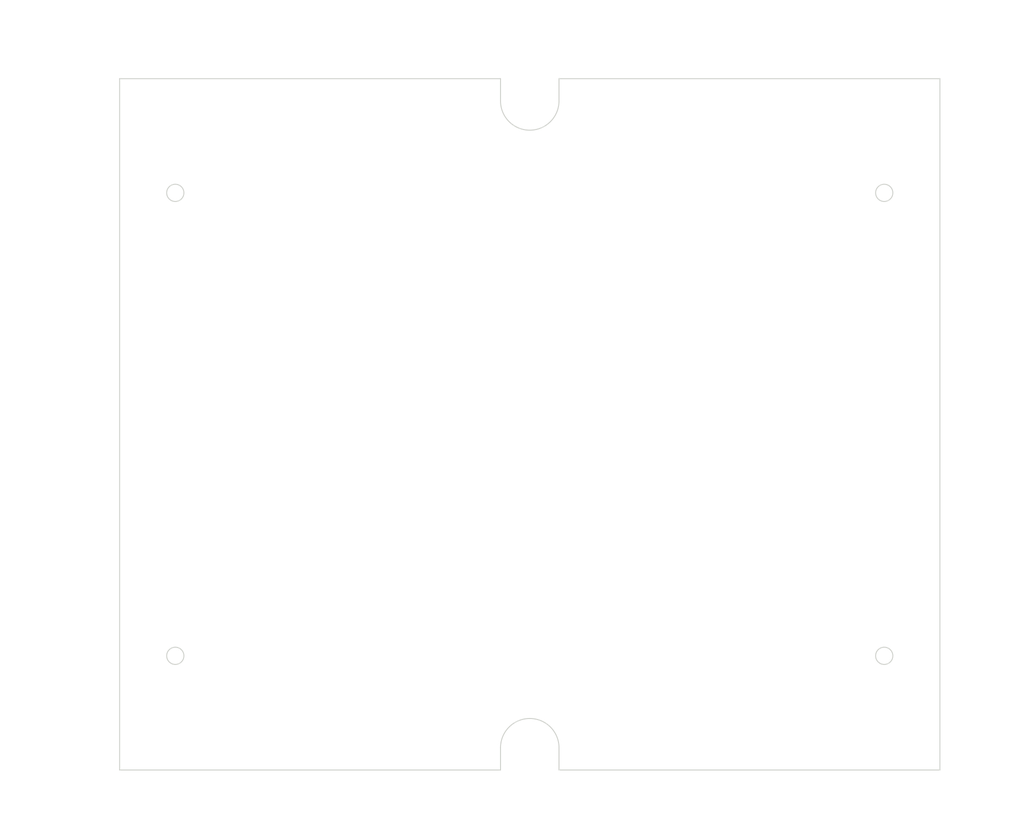
<source format=kicad_pcb>
(kicad_pcb (version 20171130) (host pcbnew "(5.1.0)-1")

  (general
    (thickness 1.6)
    (drawings 75)
    (tracks 0)
    (zones 0)
    (modules 0)
    (nets 1)
  )

  (page A3)
  (layers
    (0 F.Cu signal)
    (31 B.Cu signal)
    (32 B.Adhes user)
    (33 F.Adhes user)
    (34 B.Paste user)
    (35 F.Paste user)
    (36 B.SilkS user)
    (37 F.SilkS user)
    (38 B.Mask user)
    (39 F.Mask user)
    (40 Dwgs.User user)
    (41 Cmts.User user)
    (42 Eco1.User user)
    (43 Eco2.User user)
    (44 Edge.Cuts user)
    (45 Margin user)
    (46 B.CrtYd user)
    (47 F.CrtYd user)
    (48 B.Fab user)
    (49 F.Fab user)
  )

  (setup
    (last_trace_width 0.25)
    (trace_clearance 0.2)
    (zone_clearance 0.508)
    (zone_45_only no)
    (trace_min 0.2)
    (via_size 0.8)
    (via_drill 0.4)
    (via_min_size 0.4)
    (via_min_drill 0.3)
    (uvia_size 0.3)
    (uvia_drill 0.1)
    (uvias_allowed no)
    (uvia_min_size 0.2)
    (uvia_min_drill 0.1)
    (edge_width 0.05)
    (segment_width 0.2)
    (pcb_text_width 0.3)
    (pcb_text_size 1.5 1.5)
    (mod_edge_width 0.12)
    (mod_text_size 1 1)
    (mod_text_width 0.15)
    (pad_size 1.524 1.524)
    (pad_drill 0.762)
    (pad_to_mask_clearance 0.051)
    (solder_mask_min_width 0.25)
    (aux_axis_origin 0 0)
    (visible_elements FFFFFF7F)
    (pcbplotparams
      (layerselection 0x010fc_ffffffff)
      (usegerberextensions false)
      (usegerberattributes false)
      (usegerberadvancedattributes false)
      (creategerberjobfile false)
      (excludeedgelayer true)
      (linewidth 0.152400)
      (plotframeref false)
      (viasonmask false)
      (mode 1)
      (useauxorigin false)
      (hpglpennumber 1)
      (hpglpenspeed 20)
      (hpglpendiameter 15.000000)
      (psnegative false)
      (psa4output false)
      (plotreference true)
      (plotvalue true)
      (plotinvisibletext false)
      (padsonsilk false)
      (subtractmaskfromsilk false)
      (outputformat 1)
      (mirror false)
      (drillshape 1)
      (scaleselection 1)
      (outputdirectory ""))
  )

  (net 0 "")

  (net_class Default "This is the default net class."
    (clearance 0.2)
    (trace_width 0.25)
    (via_dia 0.8)
    (via_drill 0.4)
    (uvia_dia 0.3)
    (uvia_drill 0.1)
  )

  (gr_line (start 137.75716 221.324128) (end 137.75716 80.650951) (layer Edge.Cuts) (width 0.2))
  (gr_line (start 215.25716 221.324128) (end 137.75716 221.324128) (layer Edge.Cuts) (width 0.2))
  (gr_line (start 215.25716 216.790121) (end 215.25716 221.324128) (layer Edge.Cuts) (width 0.2))
  (gr_arc (start 221.20716 216.790121) (end 227.15716 216.790121) (angle -180) (layer Edge.Cuts) (width 0.2))
  (gr_line (start 227.15716 221.324128) (end 227.15716 216.790121) (layer Edge.Cuts) (width 0.2))
  (gr_line (start 304.65716 221.324128) (end 227.15716 221.324128) (layer Edge.Cuts) (width 0.2))
  (gr_line (start 304.65716 80.650951) (end 304.65716 221.324128) (layer Edge.Cuts) (width 0.2))
  (gr_line (start 227.15716 80.650951) (end 304.65716 80.650951) (layer Edge.Cuts) (width 0.2))
  (gr_line (start 227.15716 85.184958) (end 227.15716 80.650951) (layer Edge.Cuts) (width 0.2))
  (gr_arc (start 221.20716 85.184958) (end 215.25716 85.184958) (angle -180) (layer Edge.Cuts) (width 0.2))
  (gr_line (start 215.25716 80.650951) (end 215.25716 85.184958) (layer Edge.Cuts) (width 0.2))
  (gr_line (start 137.75716 80.650951) (end 215.25716 80.650951) (layer Edge.Cuts) (width 0.2))
  (gr_circle (center 149.08216 198.08754) (end 150.83476 198.08754) (layer Edge.Cuts) (width 0.2))
  (gr_circle (center 293.33216 198.08754) (end 295.08476 198.08754) (layer Edge.Cuts) (width 0.2))
  (gr_circle (center 293.33216 103.88754) (end 295.08476 103.88754) (layer Edge.Cuts) (width 0.2))
  (gr_circle (center 149.08216 103.88754) (end 150.83476 103.88754) (layer Edge.Cuts) (width 0.2))
  (gr_line (start 293.33216 103.97754) (end 293.33216 103.79754) (layer Dwgs.User) (width 0.2))
  (gr_line (start 293.24216 103.88754) (end 293.42216 103.88754) (layer Dwgs.User) (width 0.2))
  (gr_text " ∅3.51\n[∅0.14]" (at 316.989994 111.841423) (layer Dwgs.User)
    (effects (font (size 1.7 1.53) (thickness 0.2125)))
  )
  (gr_line (start 310.453125 111.841423) (end 296.735432 105.468597) (layer Dwgs.User) (width 0.2))
  (gr_line (start 312.453125 111.841423) (end 310.453125 111.841423) (layer Dwgs.User) (width 0.2))
  (gr_text [.41] (at 244.58844 76.568079) (layer Dwgs.User)
    (effects (font (size 1.7 1.53) (thickness 0.2125)))
  )
  (gr_text " 10.48" (at 244.58844 73.010644) (layer Dwgs.User)
    (effects (font (size 1.7 1.53) (thickness 0.2125)))
  )
  (gr_line (start 238.53919 74.678618) (end 240.53919 74.678618) (layer Dwgs.User) (width 0.2))
  (gr_line (start 238.53919 80.650951) (end 238.53919 74.678618) (layer Dwgs.User) (width 0.2))
  (gr_line (start 238.53919 89.134958) (end 238.53919 82.650951) (layer Dwgs.User) (width 0.2))
  (gr_line (start 222.20716 91.134958) (end 241.71419 91.134958) (layer Dwgs.User) (width 0.2))
  (gr_text [.47] (at 233.201771 78.454808) (layer Dwgs.User)
    (effects (font (size 1.7 1.53) (thickness 0.2125)))
  )
  (gr_text " 11.90" (at 233.201771 74.900852) (layer Dwgs.User)
    (effects (font (size 1.7 1.53) (thickness 0.2125)))
  )
  (gr_line (start 227.15716 76.568826) (end 229.15716 76.568826) (layer Dwgs.User) (width 0.2))
  (gr_line (start 217.25716 76.568826) (end 225.15716 76.568826) (layer Dwgs.User) (width 0.2))
  (gr_line (start 227.15716 79.650951) (end 227.15716 73.393826) (layer Dwgs.User) (width 0.2))
  (gr_line (start 215.25716 79.650951) (end 215.25716 73.393826) (layer Dwgs.User) (width 0.2))
  (gr_text [3.05] (at 176.50716 78.950804) (layer Dwgs.User)
    (effects (font (size 1.7 1.53) (thickness 0.2125)))
  )
  (gr_text " 77.50" (at 176.50716 75.393369) (layer Dwgs.User)
    (effects (font (size 1.7 1.53) (thickness 0.2125)))
  )
  (gr_line (start 213.25716 77.061343) (end 180.551771 77.061343) (layer Dwgs.User) (width 0.2))
  (gr_line (start 139.75716 77.061343) (end 172.462548 77.061343) (layer Dwgs.User) (width 0.2))
  (gr_line (start 215.25716 79.650951) (end 215.25716 73.886343) (layer Dwgs.User) (width 0.2))
  (gr_line (start 137.75716 79.650951) (end 137.75716 73.886343) (layer Dwgs.User) (width 0.2))
  (gr_text [.45] (at 155.937857 227.80968) (layer Dwgs.User)
    (effects (font (size 1.7 1.53) (thickness 0.2125)))
  )
  (gr_text " 11.33" (at 155.937857 224.255144) (layer Dwgs.User)
    (effects (font (size 1.7 1.53) (thickness 0.2125)))
  )
  (gr_line (start 149.08216 225.923697) (end 151.890347 225.923697) (layer Dwgs.User) (width 0.2))
  (gr_line (start 139.75716 225.923697) (end 147.08216 225.923697) (layer Dwgs.User) (width 0.2))
  (gr_line (start 137.75716 222.324128) (end 137.75716 229.098697) (layer Dwgs.User) (width 0.2))
  (gr_line (start 149.08216 199.08754) (end 149.08216 229.098697) (layer Dwgs.User) (width 0.2))
  (gr_text [.91] (at 129.249976 211.595295) (layer Dwgs.User)
    (effects (font (size 1.7 1.53) (thickness 0.2125)))
  )
  (gr_text " 23.24" (at 129.249976 208.03728) (layer Dwgs.User)
    (effects (font (size 1.7 1.53) (thickness 0.2125)))
  )
  (gr_line (start 129.249976 200.08754) (end 129.249976 206.147819) (layer Dwgs.User) (width 0.2))
  (gr_line (start 129.249976 219.324128) (end 129.249976 213.263849) (layer Dwgs.User) (width 0.2))
  (gr_line (start 148.08216 198.08754) (end 126.074976 198.08754) (layer Dwgs.User) (width 0.2))
  (gr_line (start 136.75716 221.324128) (end 126.074976 221.324128) (layer Dwgs.User) (width 0.2))
  (gr_text [3.71] (at 129.254204 152.877001) (layer Dwgs.User)
    (effects (font (size 1.7 1.53) (thickness 0.2125)))
  )
  (gr_text " 94.20" (at 129.254204 149.319565) (layer Dwgs.User)
    (effects (font (size 1.7 1.53) (thickness 0.2125)))
  )
  (gr_line (start 129.254204 105.88754) (end 129.254204 147.430104) (layer Dwgs.User) (width 0.2))
  (gr_line (start 129.254204 196.08754) (end 129.254204 154.544975) (layer Dwgs.User) (width 0.2))
  (gr_line (start 148.08216 103.88754) (end 126.079204 103.88754) (layer Dwgs.User) (width 0.2))
  (gr_line (start 148.08216 198.08754) (end 126.079204 198.08754) (layer Dwgs.User) (width 0.2))
  (gr_text [5.68] (at 221.20716 233.977001) (layer Dwgs.User)
    (effects (font (size 1.7 1.53) (thickness 0.2125)))
  )
  (gr_text " 144.25" (at 221.20716 230.419565) (layer Dwgs.User)
    (effects (font (size 1.7 1.53) (thickness 0.2125)))
  )
  (gr_line (start 291.33216 232.08754) (end 225.92145 232.08754) (layer Dwgs.User) (width 0.2))
  (gr_line (start 151.08216 232.08754) (end 216.492869 232.08754) (layer Dwgs.User) (width 0.2))
  (gr_line (start 293.33216 199.08754) (end 293.33216 235.26254) (layer Dwgs.User) (width 0.2))
  (gr_line (start 149.08216 199.08754) (end 149.08216 235.26254) (layer Dwgs.User) (width 0.2))
  (gr_text [5.54] (at 118.170492 152.873522) (layer Dwgs.User)
    (effects (font (size 1.7 1.53) (thickness 0.2125)))
  )
  (gr_text " 140.67" (at 118.170492 149.319565) (layer Dwgs.User)
    (effects (font (size 1.7 1.53) (thickness 0.2125)))
  )
  (gr_line (start 118.170492 82.650951) (end 118.170492 147.433583) (layer Dwgs.User) (width 0.2))
  (gr_line (start 118.170492 219.324128) (end 118.170492 154.541496) (layer Dwgs.User) (width 0.2))
  (gr_line (start 136.75716 80.650951) (end 114.995492 80.650951) (layer Dwgs.User) (width 0.2))
  (gr_line (start 136.75716 221.324128) (end 114.995492 221.324128) (layer Dwgs.User) (width 0.2))
  (gr_text [6.57] (at 221.20716 69.810049) (layer Dwgs.User)
    (effects (font (size 1.7 1.53) (thickness 0.2125)))
  )
  (gr_text " 166.90" (at 221.20716 66.252614) (layer Dwgs.User)
    (effects (font (size 1.7 1.53) (thickness 0.2125)))
  )
  (gr_line (start 302.65716 67.920588) (end 225.912173 67.920588) (layer Dwgs.User) (width 0.2))
  (gr_line (start 139.75716 67.920588) (end 216.502146 67.920588) (layer Dwgs.User) (width 0.2))
  (gr_line (start 304.65716 79.650951) (end 304.65716 64.745588) (layer Dwgs.User) (width 0.2))
  (gr_line (start 137.75716 79.650951) (end 137.75716 64.745588) (layer Dwgs.User) (width 0.2))

)

</source>
